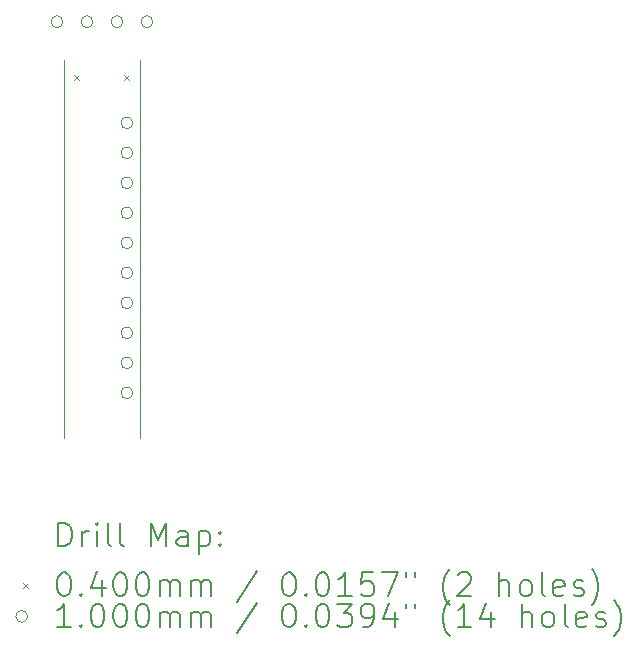
<source format=gbr>
%TF.GenerationSoftware,KiCad,Pcbnew,7.0.4*%
%TF.CreationDate,2023-06-28T13:03:41+02:00*%
%TF.ProjectId,pcb,7063622e-6b69-4636-9164-5f7063625858,rev?*%
%TF.SameCoordinates,Original*%
%TF.FileFunction,Drillmap*%
%TF.FilePolarity,Positive*%
%FSLAX45Y45*%
G04 Gerber Fmt 4.5, Leading zero omitted, Abs format (unit mm)*
G04 Created by KiCad (PCBNEW 7.0.4) date 2023-06-28 13:03:41*
%MOMM*%
%LPD*%
G01*
G04 APERTURE LIST*
%ADD10C,0.100000*%
%ADD11C,0.200000*%
%ADD12C,0.040000*%
G04 APERTURE END LIST*
D10*
X13289400Y-9352000D02*
X13289411Y-6150577D01*
X13939400Y-9352000D02*
X13939411Y-6150577D01*
D11*
D12*
X13380000Y-6280000D02*
X13420000Y-6320000D01*
X13420000Y-6280000D02*
X13380000Y-6320000D01*
X13805000Y-6280000D02*
X13845000Y-6320000D01*
X13845000Y-6280000D02*
X13805000Y-6320000D01*
D10*
X13283400Y-5825000D02*
G75*
G03*
X13283400Y-5825000I-50000J0D01*
G01*
X13537400Y-5825000D02*
G75*
G03*
X13537400Y-5825000I-50000J0D01*
G01*
X13791400Y-5825000D02*
G75*
G03*
X13791400Y-5825000I-50000J0D01*
G01*
X13875000Y-6681500D02*
G75*
G03*
X13875000Y-6681500I-50000J0D01*
G01*
X13875000Y-6935500D02*
G75*
G03*
X13875000Y-6935500I-50000J0D01*
G01*
X13875000Y-7189500D02*
G75*
G03*
X13875000Y-7189500I-50000J0D01*
G01*
X13875000Y-7443500D02*
G75*
G03*
X13875000Y-7443500I-50000J0D01*
G01*
X13875000Y-7697500D02*
G75*
G03*
X13875000Y-7697500I-50000J0D01*
G01*
X13875000Y-7951500D02*
G75*
G03*
X13875000Y-7951500I-50000J0D01*
G01*
X13875000Y-8205500D02*
G75*
G03*
X13875000Y-8205500I-50000J0D01*
G01*
X13875000Y-8459500D02*
G75*
G03*
X13875000Y-8459500I-50000J0D01*
G01*
X13875000Y-8713500D02*
G75*
G03*
X13875000Y-8713500I-50000J0D01*
G01*
X13875000Y-8967500D02*
G75*
G03*
X13875000Y-8967500I-50000J0D01*
G01*
X14045400Y-5825000D02*
G75*
G03*
X14045400Y-5825000I-50000J0D01*
G01*
D11*
X13245187Y-10268484D02*
X13245187Y-10068484D01*
X13245187Y-10068484D02*
X13292806Y-10068484D01*
X13292806Y-10068484D02*
X13321378Y-10078008D01*
X13321378Y-10078008D02*
X13340425Y-10097055D01*
X13340425Y-10097055D02*
X13349949Y-10116103D01*
X13349949Y-10116103D02*
X13359473Y-10154198D01*
X13359473Y-10154198D02*
X13359473Y-10182770D01*
X13359473Y-10182770D02*
X13349949Y-10220865D01*
X13349949Y-10220865D02*
X13340425Y-10239912D01*
X13340425Y-10239912D02*
X13321378Y-10258960D01*
X13321378Y-10258960D02*
X13292806Y-10268484D01*
X13292806Y-10268484D02*
X13245187Y-10268484D01*
X13445187Y-10268484D02*
X13445187Y-10135150D01*
X13445187Y-10173246D02*
X13454711Y-10154198D01*
X13454711Y-10154198D02*
X13464235Y-10144674D01*
X13464235Y-10144674D02*
X13483283Y-10135150D01*
X13483283Y-10135150D02*
X13502330Y-10135150D01*
X13568997Y-10268484D02*
X13568997Y-10135150D01*
X13568997Y-10068484D02*
X13559473Y-10078008D01*
X13559473Y-10078008D02*
X13568997Y-10087531D01*
X13568997Y-10087531D02*
X13578521Y-10078008D01*
X13578521Y-10078008D02*
X13568997Y-10068484D01*
X13568997Y-10068484D02*
X13568997Y-10087531D01*
X13692806Y-10268484D02*
X13673759Y-10258960D01*
X13673759Y-10258960D02*
X13664235Y-10239912D01*
X13664235Y-10239912D02*
X13664235Y-10068484D01*
X13797568Y-10268484D02*
X13778521Y-10258960D01*
X13778521Y-10258960D02*
X13768997Y-10239912D01*
X13768997Y-10239912D02*
X13768997Y-10068484D01*
X14026140Y-10268484D02*
X14026140Y-10068484D01*
X14026140Y-10068484D02*
X14092806Y-10211341D01*
X14092806Y-10211341D02*
X14159473Y-10068484D01*
X14159473Y-10068484D02*
X14159473Y-10268484D01*
X14340425Y-10268484D02*
X14340425Y-10163722D01*
X14340425Y-10163722D02*
X14330902Y-10144674D01*
X14330902Y-10144674D02*
X14311854Y-10135150D01*
X14311854Y-10135150D02*
X14273759Y-10135150D01*
X14273759Y-10135150D02*
X14254711Y-10144674D01*
X14340425Y-10258960D02*
X14321378Y-10268484D01*
X14321378Y-10268484D02*
X14273759Y-10268484D01*
X14273759Y-10268484D02*
X14254711Y-10258960D01*
X14254711Y-10258960D02*
X14245187Y-10239912D01*
X14245187Y-10239912D02*
X14245187Y-10220865D01*
X14245187Y-10220865D02*
X14254711Y-10201817D01*
X14254711Y-10201817D02*
X14273759Y-10192293D01*
X14273759Y-10192293D02*
X14321378Y-10192293D01*
X14321378Y-10192293D02*
X14340425Y-10182770D01*
X14435664Y-10135150D02*
X14435664Y-10335150D01*
X14435664Y-10144674D02*
X14454711Y-10135150D01*
X14454711Y-10135150D02*
X14492806Y-10135150D01*
X14492806Y-10135150D02*
X14511854Y-10144674D01*
X14511854Y-10144674D02*
X14521378Y-10154198D01*
X14521378Y-10154198D02*
X14530902Y-10173246D01*
X14530902Y-10173246D02*
X14530902Y-10230389D01*
X14530902Y-10230389D02*
X14521378Y-10249436D01*
X14521378Y-10249436D02*
X14511854Y-10258960D01*
X14511854Y-10258960D02*
X14492806Y-10268484D01*
X14492806Y-10268484D02*
X14454711Y-10268484D01*
X14454711Y-10268484D02*
X14435664Y-10258960D01*
X14616616Y-10249436D02*
X14626140Y-10258960D01*
X14626140Y-10258960D02*
X14616616Y-10268484D01*
X14616616Y-10268484D02*
X14607092Y-10258960D01*
X14607092Y-10258960D02*
X14616616Y-10249436D01*
X14616616Y-10249436D02*
X14616616Y-10268484D01*
X14616616Y-10144674D02*
X14626140Y-10154198D01*
X14626140Y-10154198D02*
X14616616Y-10163722D01*
X14616616Y-10163722D02*
X14607092Y-10154198D01*
X14607092Y-10154198D02*
X14616616Y-10144674D01*
X14616616Y-10144674D02*
X14616616Y-10163722D01*
D12*
X12944411Y-10577000D02*
X12984411Y-10617000D01*
X12984411Y-10577000D02*
X12944411Y-10617000D01*
D11*
X13283283Y-10488484D02*
X13302330Y-10488484D01*
X13302330Y-10488484D02*
X13321378Y-10498008D01*
X13321378Y-10498008D02*
X13330902Y-10507531D01*
X13330902Y-10507531D02*
X13340425Y-10526579D01*
X13340425Y-10526579D02*
X13349949Y-10564674D01*
X13349949Y-10564674D02*
X13349949Y-10612293D01*
X13349949Y-10612293D02*
X13340425Y-10650389D01*
X13340425Y-10650389D02*
X13330902Y-10669436D01*
X13330902Y-10669436D02*
X13321378Y-10678960D01*
X13321378Y-10678960D02*
X13302330Y-10688484D01*
X13302330Y-10688484D02*
X13283283Y-10688484D01*
X13283283Y-10688484D02*
X13264235Y-10678960D01*
X13264235Y-10678960D02*
X13254711Y-10669436D01*
X13254711Y-10669436D02*
X13245187Y-10650389D01*
X13245187Y-10650389D02*
X13235664Y-10612293D01*
X13235664Y-10612293D02*
X13235664Y-10564674D01*
X13235664Y-10564674D02*
X13245187Y-10526579D01*
X13245187Y-10526579D02*
X13254711Y-10507531D01*
X13254711Y-10507531D02*
X13264235Y-10498008D01*
X13264235Y-10498008D02*
X13283283Y-10488484D01*
X13435664Y-10669436D02*
X13445187Y-10678960D01*
X13445187Y-10678960D02*
X13435664Y-10688484D01*
X13435664Y-10688484D02*
X13426140Y-10678960D01*
X13426140Y-10678960D02*
X13435664Y-10669436D01*
X13435664Y-10669436D02*
X13435664Y-10688484D01*
X13616616Y-10555150D02*
X13616616Y-10688484D01*
X13568997Y-10478960D02*
X13521378Y-10621817D01*
X13521378Y-10621817D02*
X13645187Y-10621817D01*
X13759473Y-10488484D02*
X13778521Y-10488484D01*
X13778521Y-10488484D02*
X13797568Y-10498008D01*
X13797568Y-10498008D02*
X13807092Y-10507531D01*
X13807092Y-10507531D02*
X13816616Y-10526579D01*
X13816616Y-10526579D02*
X13826140Y-10564674D01*
X13826140Y-10564674D02*
X13826140Y-10612293D01*
X13826140Y-10612293D02*
X13816616Y-10650389D01*
X13816616Y-10650389D02*
X13807092Y-10669436D01*
X13807092Y-10669436D02*
X13797568Y-10678960D01*
X13797568Y-10678960D02*
X13778521Y-10688484D01*
X13778521Y-10688484D02*
X13759473Y-10688484D01*
X13759473Y-10688484D02*
X13740425Y-10678960D01*
X13740425Y-10678960D02*
X13730902Y-10669436D01*
X13730902Y-10669436D02*
X13721378Y-10650389D01*
X13721378Y-10650389D02*
X13711854Y-10612293D01*
X13711854Y-10612293D02*
X13711854Y-10564674D01*
X13711854Y-10564674D02*
X13721378Y-10526579D01*
X13721378Y-10526579D02*
X13730902Y-10507531D01*
X13730902Y-10507531D02*
X13740425Y-10498008D01*
X13740425Y-10498008D02*
X13759473Y-10488484D01*
X13949949Y-10488484D02*
X13968997Y-10488484D01*
X13968997Y-10488484D02*
X13988045Y-10498008D01*
X13988045Y-10498008D02*
X13997568Y-10507531D01*
X13997568Y-10507531D02*
X14007092Y-10526579D01*
X14007092Y-10526579D02*
X14016616Y-10564674D01*
X14016616Y-10564674D02*
X14016616Y-10612293D01*
X14016616Y-10612293D02*
X14007092Y-10650389D01*
X14007092Y-10650389D02*
X13997568Y-10669436D01*
X13997568Y-10669436D02*
X13988045Y-10678960D01*
X13988045Y-10678960D02*
X13968997Y-10688484D01*
X13968997Y-10688484D02*
X13949949Y-10688484D01*
X13949949Y-10688484D02*
X13930902Y-10678960D01*
X13930902Y-10678960D02*
X13921378Y-10669436D01*
X13921378Y-10669436D02*
X13911854Y-10650389D01*
X13911854Y-10650389D02*
X13902330Y-10612293D01*
X13902330Y-10612293D02*
X13902330Y-10564674D01*
X13902330Y-10564674D02*
X13911854Y-10526579D01*
X13911854Y-10526579D02*
X13921378Y-10507531D01*
X13921378Y-10507531D02*
X13930902Y-10498008D01*
X13930902Y-10498008D02*
X13949949Y-10488484D01*
X14102330Y-10688484D02*
X14102330Y-10555150D01*
X14102330Y-10574198D02*
X14111854Y-10564674D01*
X14111854Y-10564674D02*
X14130902Y-10555150D01*
X14130902Y-10555150D02*
X14159473Y-10555150D01*
X14159473Y-10555150D02*
X14178521Y-10564674D01*
X14178521Y-10564674D02*
X14188045Y-10583722D01*
X14188045Y-10583722D02*
X14188045Y-10688484D01*
X14188045Y-10583722D02*
X14197568Y-10564674D01*
X14197568Y-10564674D02*
X14216616Y-10555150D01*
X14216616Y-10555150D02*
X14245187Y-10555150D01*
X14245187Y-10555150D02*
X14264235Y-10564674D01*
X14264235Y-10564674D02*
X14273759Y-10583722D01*
X14273759Y-10583722D02*
X14273759Y-10688484D01*
X14368997Y-10688484D02*
X14368997Y-10555150D01*
X14368997Y-10574198D02*
X14378521Y-10564674D01*
X14378521Y-10564674D02*
X14397568Y-10555150D01*
X14397568Y-10555150D02*
X14426140Y-10555150D01*
X14426140Y-10555150D02*
X14445187Y-10564674D01*
X14445187Y-10564674D02*
X14454711Y-10583722D01*
X14454711Y-10583722D02*
X14454711Y-10688484D01*
X14454711Y-10583722D02*
X14464235Y-10564674D01*
X14464235Y-10564674D02*
X14483283Y-10555150D01*
X14483283Y-10555150D02*
X14511854Y-10555150D01*
X14511854Y-10555150D02*
X14530902Y-10564674D01*
X14530902Y-10564674D02*
X14540426Y-10583722D01*
X14540426Y-10583722D02*
X14540426Y-10688484D01*
X14930902Y-10478960D02*
X14759473Y-10736103D01*
X15188045Y-10488484D02*
X15207092Y-10488484D01*
X15207092Y-10488484D02*
X15226140Y-10498008D01*
X15226140Y-10498008D02*
X15235664Y-10507531D01*
X15235664Y-10507531D02*
X15245188Y-10526579D01*
X15245188Y-10526579D02*
X15254711Y-10564674D01*
X15254711Y-10564674D02*
X15254711Y-10612293D01*
X15254711Y-10612293D02*
X15245188Y-10650389D01*
X15245188Y-10650389D02*
X15235664Y-10669436D01*
X15235664Y-10669436D02*
X15226140Y-10678960D01*
X15226140Y-10678960D02*
X15207092Y-10688484D01*
X15207092Y-10688484D02*
X15188045Y-10688484D01*
X15188045Y-10688484D02*
X15168997Y-10678960D01*
X15168997Y-10678960D02*
X15159473Y-10669436D01*
X15159473Y-10669436D02*
X15149949Y-10650389D01*
X15149949Y-10650389D02*
X15140426Y-10612293D01*
X15140426Y-10612293D02*
X15140426Y-10564674D01*
X15140426Y-10564674D02*
X15149949Y-10526579D01*
X15149949Y-10526579D02*
X15159473Y-10507531D01*
X15159473Y-10507531D02*
X15168997Y-10498008D01*
X15168997Y-10498008D02*
X15188045Y-10488484D01*
X15340426Y-10669436D02*
X15349949Y-10678960D01*
X15349949Y-10678960D02*
X15340426Y-10688484D01*
X15340426Y-10688484D02*
X15330902Y-10678960D01*
X15330902Y-10678960D02*
X15340426Y-10669436D01*
X15340426Y-10669436D02*
X15340426Y-10688484D01*
X15473759Y-10488484D02*
X15492807Y-10488484D01*
X15492807Y-10488484D02*
X15511854Y-10498008D01*
X15511854Y-10498008D02*
X15521378Y-10507531D01*
X15521378Y-10507531D02*
X15530902Y-10526579D01*
X15530902Y-10526579D02*
X15540426Y-10564674D01*
X15540426Y-10564674D02*
X15540426Y-10612293D01*
X15540426Y-10612293D02*
X15530902Y-10650389D01*
X15530902Y-10650389D02*
X15521378Y-10669436D01*
X15521378Y-10669436D02*
X15511854Y-10678960D01*
X15511854Y-10678960D02*
X15492807Y-10688484D01*
X15492807Y-10688484D02*
X15473759Y-10688484D01*
X15473759Y-10688484D02*
X15454711Y-10678960D01*
X15454711Y-10678960D02*
X15445188Y-10669436D01*
X15445188Y-10669436D02*
X15435664Y-10650389D01*
X15435664Y-10650389D02*
X15426140Y-10612293D01*
X15426140Y-10612293D02*
X15426140Y-10564674D01*
X15426140Y-10564674D02*
X15435664Y-10526579D01*
X15435664Y-10526579D02*
X15445188Y-10507531D01*
X15445188Y-10507531D02*
X15454711Y-10498008D01*
X15454711Y-10498008D02*
X15473759Y-10488484D01*
X15730902Y-10688484D02*
X15616616Y-10688484D01*
X15673759Y-10688484D02*
X15673759Y-10488484D01*
X15673759Y-10488484D02*
X15654711Y-10517055D01*
X15654711Y-10517055D02*
X15635664Y-10536103D01*
X15635664Y-10536103D02*
X15616616Y-10545627D01*
X15911854Y-10488484D02*
X15816616Y-10488484D01*
X15816616Y-10488484D02*
X15807092Y-10583722D01*
X15807092Y-10583722D02*
X15816616Y-10574198D01*
X15816616Y-10574198D02*
X15835664Y-10564674D01*
X15835664Y-10564674D02*
X15883283Y-10564674D01*
X15883283Y-10564674D02*
X15902330Y-10574198D01*
X15902330Y-10574198D02*
X15911854Y-10583722D01*
X15911854Y-10583722D02*
X15921378Y-10602770D01*
X15921378Y-10602770D02*
X15921378Y-10650389D01*
X15921378Y-10650389D02*
X15911854Y-10669436D01*
X15911854Y-10669436D02*
X15902330Y-10678960D01*
X15902330Y-10678960D02*
X15883283Y-10688484D01*
X15883283Y-10688484D02*
X15835664Y-10688484D01*
X15835664Y-10688484D02*
X15816616Y-10678960D01*
X15816616Y-10678960D02*
X15807092Y-10669436D01*
X15988045Y-10488484D02*
X16121378Y-10488484D01*
X16121378Y-10488484D02*
X16035664Y-10688484D01*
X16188045Y-10488484D02*
X16188045Y-10526579D01*
X16264235Y-10488484D02*
X16264235Y-10526579D01*
X16559473Y-10764674D02*
X16549950Y-10755150D01*
X16549950Y-10755150D02*
X16530902Y-10726579D01*
X16530902Y-10726579D02*
X16521378Y-10707531D01*
X16521378Y-10707531D02*
X16511854Y-10678960D01*
X16511854Y-10678960D02*
X16502331Y-10631341D01*
X16502331Y-10631341D02*
X16502331Y-10593246D01*
X16502331Y-10593246D02*
X16511854Y-10545627D01*
X16511854Y-10545627D02*
X16521378Y-10517055D01*
X16521378Y-10517055D02*
X16530902Y-10498008D01*
X16530902Y-10498008D02*
X16549950Y-10469436D01*
X16549950Y-10469436D02*
X16559473Y-10459912D01*
X16626140Y-10507531D02*
X16635664Y-10498008D01*
X16635664Y-10498008D02*
X16654711Y-10488484D01*
X16654711Y-10488484D02*
X16702331Y-10488484D01*
X16702331Y-10488484D02*
X16721378Y-10498008D01*
X16721378Y-10498008D02*
X16730902Y-10507531D01*
X16730902Y-10507531D02*
X16740426Y-10526579D01*
X16740426Y-10526579D02*
X16740426Y-10545627D01*
X16740426Y-10545627D02*
X16730902Y-10574198D01*
X16730902Y-10574198D02*
X16616616Y-10688484D01*
X16616616Y-10688484D02*
X16740426Y-10688484D01*
X16978521Y-10688484D02*
X16978521Y-10488484D01*
X17064235Y-10688484D02*
X17064235Y-10583722D01*
X17064235Y-10583722D02*
X17054712Y-10564674D01*
X17054712Y-10564674D02*
X17035664Y-10555150D01*
X17035664Y-10555150D02*
X17007093Y-10555150D01*
X17007093Y-10555150D02*
X16988045Y-10564674D01*
X16988045Y-10564674D02*
X16978521Y-10574198D01*
X17188045Y-10688484D02*
X17168997Y-10678960D01*
X17168997Y-10678960D02*
X17159474Y-10669436D01*
X17159474Y-10669436D02*
X17149950Y-10650389D01*
X17149950Y-10650389D02*
X17149950Y-10593246D01*
X17149950Y-10593246D02*
X17159474Y-10574198D01*
X17159474Y-10574198D02*
X17168997Y-10564674D01*
X17168997Y-10564674D02*
X17188045Y-10555150D01*
X17188045Y-10555150D02*
X17216616Y-10555150D01*
X17216616Y-10555150D02*
X17235664Y-10564674D01*
X17235664Y-10564674D02*
X17245188Y-10574198D01*
X17245188Y-10574198D02*
X17254712Y-10593246D01*
X17254712Y-10593246D02*
X17254712Y-10650389D01*
X17254712Y-10650389D02*
X17245188Y-10669436D01*
X17245188Y-10669436D02*
X17235664Y-10678960D01*
X17235664Y-10678960D02*
X17216616Y-10688484D01*
X17216616Y-10688484D02*
X17188045Y-10688484D01*
X17368997Y-10688484D02*
X17349950Y-10678960D01*
X17349950Y-10678960D02*
X17340426Y-10659912D01*
X17340426Y-10659912D02*
X17340426Y-10488484D01*
X17521378Y-10678960D02*
X17502331Y-10688484D01*
X17502331Y-10688484D02*
X17464235Y-10688484D01*
X17464235Y-10688484D02*
X17445188Y-10678960D01*
X17445188Y-10678960D02*
X17435664Y-10659912D01*
X17435664Y-10659912D02*
X17435664Y-10583722D01*
X17435664Y-10583722D02*
X17445188Y-10564674D01*
X17445188Y-10564674D02*
X17464235Y-10555150D01*
X17464235Y-10555150D02*
X17502331Y-10555150D01*
X17502331Y-10555150D02*
X17521378Y-10564674D01*
X17521378Y-10564674D02*
X17530902Y-10583722D01*
X17530902Y-10583722D02*
X17530902Y-10602770D01*
X17530902Y-10602770D02*
X17435664Y-10621817D01*
X17607093Y-10678960D02*
X17626140Y-10688484D01*
X17626140Y-10688484D02*
X17664235Y-10688484D01*
X17664235Y-10688484D02*
X17683283Y-10678960D01*
X17683283Y-10678960D02*
X17692807Y-10659912D01*
X17692807Y-10659912D02*
X17692807Y-10650389D01*
X17692807Y-10650389D02*
X17683283Y-10631341D01*
X17683283Y-10631341D02*
X17664235Y-10621817D01*
X17664235Y-10621817D02*
X17635664Y-10621817D01*
X17635664Y-10621817D02*
X17616616Y-10612293D01*
X17616616Y-10612293D02*
X17607093Y-10593246D01*
X17607093Y-10593246D02*
X17607093Y-10583722D01*
X17607093Y-10583722D02*
X17616616Y-10564674D01*
X17616616Y-10564674D02*
X17635664Y-10555150D01*
X17635664Y-10555150D02*
X17664235Y-10555150D01*
X17664235Y-10555150D02*
X17683283Y-10564674D01*
X17759474Y-10764674D02*
X17768997Y-10755150D01*
X17768997Y-10755150D02*
X17788045Y-10726579D01*
X17788045Y-10726579D02*
X17797569Y-10707531D01*
X17797569Y-10707531D02*
X17807093Y-10678960D01*
X17807093Y-10678960D02*
X17816616Y-10631341D01*
X17816616Y-10631341D02*
X17816616Y-10593246D01*
X17816616Y-10593246D02*
X17807093Y-10545627D01*
X17807093Y-10545627D02*
X17797569Y-10517055D01*
X17797569Y-10517055D02*
X17788045Y-10498008D01*
X17788045Y-10498008D02*
X17768997Y-10469436D01*
X17768997Y-10469436D02*
X17759474Y-10459912D01*
D10*
X12984411Y-10861000D02*
G75*
G03*
X12984411Y-10861000I-50000J0D01*
G01*
D11*
X13349949Y-10952484D02*
X13235664Y-10952484D01*
X13292806Y-10952484D02*
X13292806Y-10752484D01*
X13292806Y-10752484D02*
X13273759Y-10781055D01*
X13273759Y-10781055D02*
X13254711Y-10800103D01*
X13254711Y-10800103D02*
X13235664Y-10809627D01*
X13435664Y-10933436D02*
X13445187Y-10942960D01*
X13445187Y-10942960D02*
X13435664Y-10952484D01*
X13435664Y-10952484D02*
X13426140Y-10942960D01*
X13426140Y-10942960D02*
X13435664Y-10933436D01*
X13435664Y-10933436D02*
X13435664Y-10952484D01*
X13568997Y-10752484D02*
X13588045Y-10752484D01*
X13588045Y-10752484D02*
X13607092Y-10762008D01*
X13607092Y-10762008D02*
X13616616Y-10771531D01*
X13616616Y-10771531D02*
X13626140Y-10790579D01*
X13626140Y-10790579D02*
X13635664Y-10828674D01*
X13635664Y-10828674D02*
X13635664Y-10876293D01*
X13635664Y-10876293D02*
X13626140Y-10914389D01*
X13626140Y-10914389D02*
X13616616Y-10933436D01*
X13616616Y-10933436D02*
X13607092Y-10942960D01*
X13607092Y-10942960D02*
X13588045Y-10952484D01*
X13588045Y-10952484D02*
X13568997Y-10952484D01*
X13568997Y-10952484D02*
X13549949Y-10942960D01*
X13549949Y-10942960D02*
X13540425Y-10933436D01*
X13540425Y-10933436D02*
X13530902Y-10914389D01*
X13530902Y-10914389D02*
X13521378Y-10876293D01*
X13521378Y-10876293D02*
X13521378Y-10828674D01*
X13521378Y-10828674D02*
X13530902Y-10790579D01*
X13530902Y-10790579D02*
X13540425Y-10771531D01*
X13540425Y-10771531D02*
X13549949Y-10762008D01*
X13549949Y-10762008D02*
X13568997Y-10752484D01*
X13759473Y-10752484D02*
X13778521Y-10752484D01*
X13778521Y-10752484D02*
X13797568Y-10762008D01*
X13797568Y-10762008D02*
X13807092Y-10771531D01*
X13807092Y-10771531D02*
X13816616Y-10790579D01*
X13816616Y-10790579D02*
X13826140Y-10828674D01*
X13826140Y-10828674D02*
X13826140Y-10876293D01*
X13826140Y-10876293D02*
X13816616Y-10914389D01*
X13816616Y-10914389D02*
X13807092Y-10933436D01*
X13807092Y-10933436D02*
X13797568Y-10942960D01*
X13797568Y-10942960D02*
X13778521Y-10952484D01*
X13778521Y-10952484D02*
X13759473Y-10952484D01*
X13759473Y-10952484D02*
X13740425Y-10942960D01*
X13740425Y-10942960D02*
X13730902Y-10933436D01*
X13730902Y-10933436D02*
X13721378Y-10914389D01*
X13721378Y-10914389D02*
X13711854Y-10876293D01*
X13711854Y-10876293D02*
X13711854Y-10828674D01*
X13711854Y-10828674D02*
X13721378Y-10790579D01*
X13721378Y-10790579D02*
X13730902Y-10771531D01*
X13730902Y-10771531D02*
X13740425Y-10762008D01*
X13740425Y-10762008D02*
X13759473Y-10752484D01*
X13949949Y-10752484D02*
X13968997Y-10752484D01*
X13968997Y-10752484D02*
X13988045Y-10762008D01*
X13988045Y-10762008D02*
X13997568Y-10771531D01*
X13997568Y-10771531D02*
X14007092Y-10790579D01*
X14007092Y-10790579D02*
X14016616Y-10828674D01*
X14016616Y-10828674D02*
X14016616Y-10876293D01*
X14016616Y-10876293D02*
X14007092Y-10914389D01*
X14007092Y-10914389D02*
X13997568Y-10933436D01*
X13997568Y-10933436D02*
X13988045Y-10942960D01*
X13988045Y-10942960D02*
X13968997Y-10952484D01*
X13968997Y-10952484D02*
X13949949Y-10952484D01*
X13949949Y-10952484D02*
X13930902Y-10942960D01*
X13930902Y-10942960D02*
X13921378Y-10933436D01*
X13921378Y-10933436D02*
X13911854Y-10914389D01*
X13911854Y-10914389D02*
X13902330Y-10876293D01*
X13902330Y-10876293D02*
X13902330Y-10828674D01*
X13902330Y-10828674D02*
X13911854Y-10790579D01*
X13911854Y-10790579D02*
X13921378Y-10771531D01*
X13921378Y-10771531D02*
X13930902Y-10762008D01*
X13930902Y-10762008D02*
X13949949Y-10752484D01*
X14102330Y-10952484D02*
X14102330Y-10819150D01*
X14102330Y-10838198D02*
X14111854Y-10828674D01*
X14111854Y-10828674D02*
X14130902Y-10819150D01*
X14130902Y-10819150D02*
X14159473Y-10819150D01*
X14159473Y-10819150D02*
X14178521Y-10828674D01*
X14178521Y-10828674D02*
X14188045Y-10847722D01*
X14188045Y-10847722D02*
X14188045Y-10952484D01*
X14188045Y-10847722D02*
X14197568Y-10828674D01*
X14197568Y-10828674D02*
X14216616Y-10819150D01*
X14216616Y-10819150D02*
X14245187Y-10819150D01*
X14245187Y-10819150D02*
X14264235Y-10828674D01*
X14264235Y-10828674D02*
X14273759Y-10847722D01*
X14273759Y-10847722D02*
X14273759Y-10952484D01*
X14368997Y-10952484D02*
X14368997Y-10819150D01*
X14368997Y-10838198D02*
X14378521Y-10828674D01*
X14378521Y-10828674D02*
X14397568Y-10819150D01*
X14397568Y-10819150D02*
X14426140Y-10819150D01*
X14426140Y-10819150D02*
X14445187Y-10828674D01*
X14445187Y-10828674D02*
X14454711Y-10847722D01*
X14454711Y-10847722D02*
X14454711Y-10952484D01*
X14454711Y-10847722D02*
X14464235Y-10828674D01*
X14464235Y-10828674D02*
X14483283Y-10819150D01*
X14483283Y-10819150D02*
X14511854Y-10819150D01*
X14511854Y-10819150D02*
X14530902Y-10828674D01*
X14530902Y-10828674D02*
X14540426Y-10847722D01*
X14540426Y-10847722D02*
X14540426Y-10952484D01*
X14930902Y-10742960D02*
X14759473Y-11000103D01*
X15188045Y-10752484D02*
X15207092Y-10752484D01*
X15207092Y-10752484D02*
X15226140Y-10762008D01*
X15226140Y-10762008D02*
X15235664Y-10771531D01*
X15235664Y-10771531D02*
X15245188Y-10790579D01*
X15245188Y-10790579D02*
X15254711Y-10828674D01*
X15254711Y-10828674D02*
X15254711Y-10876293D01*
X15254711Y-10876293D02*
X15245188Y-10914389D01*
X15245188Y-10914389D02*
X15235664Y-10933436D01*
X15235664Y-10933436D02*
X15226140Y-10942960D01*
X15226140Y-10942960D02*
X15207092Y-10952484D01*
X15207092Y-10952484D02*
X15188045Y-10952484D01*
X15188045Y-10952484D02*
X15168997Y-10942960D01*
X15168997Y-10942960D02*
X15159473Y-10933436D01*
X15159473Y-10933436D02*
X15149949Y-10914389D01*
X15149949Y-10914389D02*
X15140426Y-10876293D01*
X15140426Y-10876293D02*
X15140426Y-10828674D01*
X15140426Y-10828674D02*
X15149949Y-10790579D01*
X15149949Y-10790579D02*
X15159473Y-10771531D01*
X15159473Y-10771531D02*
X15168997Y-10762008D01*
X15168997Y-10762008D02*
X15188045Y-10752484D01*
X15340426Y-10933436D02*
X15349949Y-10942960D01*
X15349949Y-10942960D02*
X15340426Y-10952484D01*
X15340426Y-10952484D02*
X15330902Y-10942960D01*
X15330902Y-10942960D02*
X15340426Y-10933436D01*
X15340426Y-10933436D02*
X15340426Y-10952484D01*
X15473759Y-10752484D02*
X15492807Y-10752484D01*
X15492807Y-10752484D02*
X15511854Y-10762008D01*
X15511854Y-10762008D02*
X15521378Y-10771531D01*
X15521378Y-10771531D02*
X15530902Y-10790579D01*
X15530902Y-10790579D02*
X15540426Y-10828674D01*
X15540426Y-10828674D02*
X15540426Y-10876293D01*
X15540426Y-10876293D02*
X15530902Y-10914389D01*
X15530902Y-10914389D02*
X15521378Y-10933436D01*
X15521378Y-10933436D02*
X15511854Y-10942960D01*
X15511854Y-10942960D02*
X15492807Y-10952484D01*
X15492807Y-10952484D02*
X15473759Y-10952484D01*
X15473759Y-10952484D02*
X15454711Y-10942960D01*
X15454711Y-10942960D02*
X15445188Y-10933436D01*
X15445188Y-10933436D02*
X15435664Y-10914389D01*
X15435664Y-10914389D02*
X15426140Y-10876293D01*
X15426140Y-10876293D02*
X15426140Y-10828674D01*
X15426140Y-10828674D02*
X15435664Y-10790579D01*
X15435664Y-10790579D02*
X15445188Y-10771531D01*
X15445188Y-10771531D02*
X15454711Y-10762008D01*
X15454711Y-10762008D02*
X15473759Y-10752484D01*
X15607092Y-10752484D02*
X15730902Y-10752484D01*
X15730902Y-10752484D02*
X15664235Y-10828674D01*
X15664235Y-10828674D02*
X15692807Y-10828674D01*
X15692807Y-10828674D02*
X15711854Y-10838198D01*
X15711854Y-10838198D02*
X15721378Y-10847722D01*
X15721378Y-10847722D02*
X15730902Y-10866770D01*
X15730902Y-10866770D02*
X15730902Y-10914389D01*
X15730902Y-10914389D02*
X15721378Y-10933436D01*
X15721378Y-10933436D02*
X15711854Y-10942960D01*
X15711854Y-10942960D02*
X15692807Y-10952484D01*
X15692807Y-10952484D02*
X15635664Y-10952484D01*
X15635664Y-10952484D02*
X15616616Y-10942960D01*
X15616616Y-10942960D02*
X15607092Y-10933436D01*
X15826140Y-10952484D02*
X15864235Y-10952484D01*
X15864235Y-10952484D02*
X15883283Y-10942960D01*
X15883283Y-10942960D02*
X15892807Y-10933436D01*
X15892807Y-10933436D02*
X15911854Y-10904865D01*
X15911854Y-10904865D02*
X15921378Y-10866770D01*
X15921378Y-10866770D02*
X15921378Y-10790579D01*
X15921378Y-10790579D02*
X15911854Y-10771531D01*
X15911854Y-10771531D02*
X15902330Y-10762008D01*
X15902330Y-10762008D02*
X15883283Y-10752484D01*
X15883283Y-10752484D02*
X15845188Y-10752484D01*
X15845188Y-10752484D02*
X15826140Y-10762008D01*
X15826140Y-10762008D02*
X15816616Y-10771531D01*
X15816616Y-10771531D02*
X15807092Y-10790579D01*
X15807092Y-10790579D02*
X15807092Y-10838198D01*
X15807092Y-10838198D02*
X15816616Y-10857246D01*
X15816616Y-10857246D02*
X15826140Y-10866770D01*
X15826140Y-10866770D02*
X15845188Y-10876293D01*
X15845188Y-10876293D02*
X15883283Y-10876293D01*
X15883283Y-10876293D02*
X15902330Y-10866770D01*
X15902330Y-10866770D02*
X15911854Y-10857246D01*
X15911854Y-10857246D02*
X15921378Y-10838198D01*
X16092807Y-10819150D02*
X16092807Y-10952484D01*
X16045188Y-10742960D02*
X15997569Y-10885817D01*
X15997569Y-10885817D02*
X16121378Y-10885817D01*
X16188045Y-10752484D02*
X16188045Y-10790579D01*
X16264235Y-10752484D02*
X16264235Y-10790579D01*
X16559473Y-11028674D02*
X16549950Y-11019150D01*
X16549950Y-11019150D02*
X16530902Y-10990579D01*
X16530902Y-10990579D02*
X16521378Y-10971531D01*
X16521378Y-10971531D02*
X16511854Y-10942960D01*
X16511854Y-10942960D02*
X16502331Y-10895341D01*
X16502331Y-10895341D02*
X16502331Y-10857246D01*
X16502331Y-10857246D02*
X16511854Y-10809627D01*
X16511854Y-10809627D02*
X16521378Y-10781055D01*
X16521378Y-10781055D02*
X16530902Y-10762008D01*
X16530902Y-10762008D02*
X16549950Y-10733436D01*
X16549950Y-10733436D02*
X16559473Y-10723912D01*
X16740426Y-10952484D02*
X16626140Y-10952484D01*
X16683283Y-10952484D02*
X16683283Y-10752484D01*
X16683283Y-10752484D02*
X16664235Y-10781055D01*
X16664235Y-10781055D02*
X16645188Y-10800103D01*
X16645188Y-10800103D02*
X16626140Y-10809627D01*
X16911854Y-10819150D02*
X16911854Y-10952484D01*
X16864235Y-10742960D02*
X16816616Y-10885817D01*
X16816616Y-10885817D02*
X16940426Y-10885817D01*
X17168997Y-10952484D02*
X17168997Y-10752484D01*
X17254712Y-10952484D02*
X17254712Y-10847722D01*
X17254712Y-10847722D02*
X17245188Y-10828674D01*
X17245188Y-10828674D02*
X17226140Y-10819150D01*
X17226140Y-10819150D02*
X17197569Y-10819150D01*
X17197569Y-10819150D02*
X17178521Y-10828674D01*
X17178521Y-10828674D02*
X17168997Y-10838198D01*
X17378521Y-10952484D02*
X17359474Y-10942960D01*
X17359474Y-10942960D02*
X17349950Y-10933436D01*
X17349950Y-10933436D02*
X17340426Y-10914389D01*
X17340426Y-10914389D02*
X17340426Y-10857246D01*
X17340426Y-10857246D02*
X17349950Y-10838198D01*
X17349950Y-10838198D02*
X17359474Y-10828674D01*
X17359474Y-10828674D02*
X17378521Y-10819150D01*
X17378521Y-10819150D02*
X17407093Y-10819150D01*
X17407093Y-10819150D02*
X17426140Y-10828674D01*
X17426140Y-10828674D02*
X17435664Y-10838198D01*
X17435664Y-10838198D02*
X17445188Y-10857246D01*
X17445188Y-10857246D02*
X17445188Y-10914389D01*
X17445188Y-10914389D02*
X17435664Y-10933436D01*
X17435664Y-10933436D02*
X17426140Y-10942960D01*
X17426140Y-10942960D02*
X17407093Y-10952484D01*
X17407093Y-10952484D02*
X17378521Y-10952484D01*
X17559474Y-10952484D02*
X17540426Y-10942960D01*
X17540426Y-10942960D02*
X17530902Y-10923912D01*
X17530902Y-10923912D02*
X17530902Y-10752484D01*
X17711855Y-10942960D02*
X17692807Y-10952484D01*
X17692807Y-10952484D02*
X17654712Y-10952484D01*
X17654712Y-10952484D02*
X17635664Y-10942960D01*
X17635664Y-10942960D02*
X17626140Y-10923912D01*
X17626140Y-10923912D02*
X17626140Y-10847722D01*
X17626140Y-10847722D02*
X17635664Y-10828674D01*
X17635664Y-10828674D02*
X17654712Y-10819150D01*
X17654712Y-10819150D02*
X17692807Y-10819150D01*
X17692807Y-10819150D02*
X17711855Y-10828674D01*
X17711855Y-10828674D02*
X17721378Y-10847722D01*
X17721378Y-10847722D02*
X17721378Y-10866770D01*
X17721378Y-10866770D02*
X17626140Y-10885817D01*
X17797569Y-10942960D02*
X17816616Y-10952484D01*
X17816616Y-10952484D02*
X17854712Y-10952484D01*
X17854712Y-10952484D02*
X17873759Y-10942960D01*
X17873759Y-10942960D02*
X17883283Y-10923912D01*
X17883283Y-10923912D02*
X17883283Y-10914389D01*
X17883283Y-10914389D02*
X17873759Y-10895341D01*
X17873759Y-10895341D02*
X17854712Y-10885817D01*
X17854712Y-10885817D02*
X17826140Y-10885817D01*
X17826140Y-10885817D02*
X17807093Y-10876293D01*
X17807093Y-10876293D02*
X17797569Y-10857246D01*
X17797569Y-10857246D02*
X17797569Y-10847722D01*
X17797569Y-10847722D02*
X17807093Y-10828674D01*
X17807093Y-10828674D02*
X17826140Y-10819150D01*
X17826140Y-10819150D02*
X17854712Y-10819150D01*
X17854712Y-10819150D02*
X17873759Y-10828674D01*
X17949950Y-11028674D02*
X17959474Y-11019150D01*
X17959474Y-11019150D02*
X17978521Y-10990579D01*
X17978521Y-10990579D02*
X17988045Y-10971531D01*
X17988045Y-10971531D02*
X17997569Y-10942960D01*
X17997569Y-10942960D02*
X18007093Y-10895341D01*
X18007093Y-10895341D02*
X18007093Y-10857246D01*
X18007093Y-10857246D02*
X17997569Y-10809627D01*
X17997569Y-10809627D02*
X17988045Y-10781055D01*
X17988045Y-10781055D02*
X17978521Y-10762008D01*
X17978521Y-10762008D02*
X17959474Y-10733436D01*
X17959474Y-10733436D02*
X17949950Y-10723912D01*
M02*

</source>
